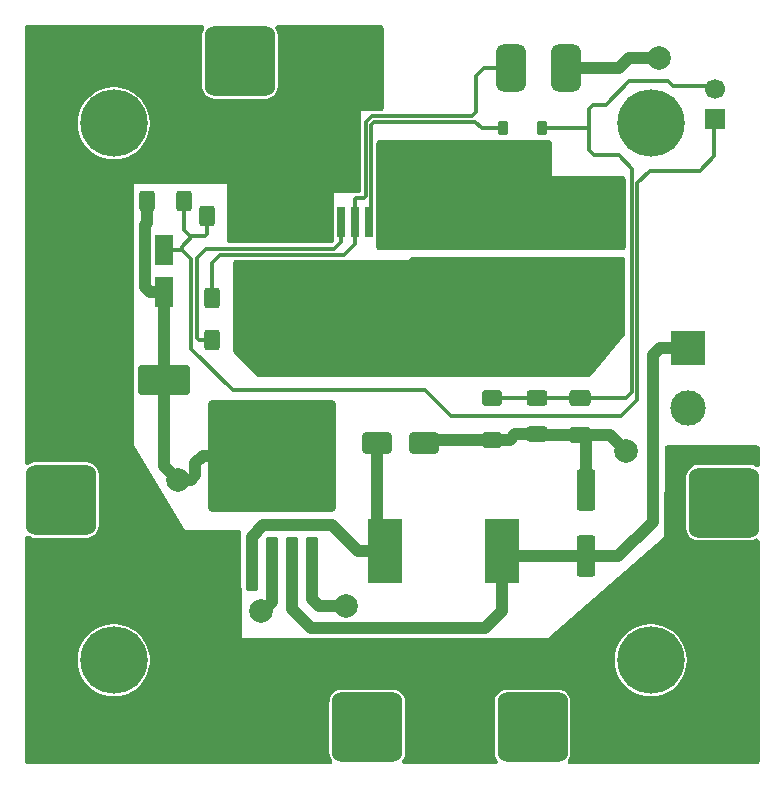
<source format=gbr>
%TF.GenerationSoftware,KiCad,Pcbnew,9.0.5*%
%TF.CreationDate,2025-12-11T06:11:38-03:00*%
%TF.ProjectId,stage power dron_v1,73746167-6520-4706-9f77-65722064726f,rev?*%
%TF.SameCoordinates,Original*%
%TF.FileFunction,Copper,L1,Top*%
%TF.FilePolarity,Positive*%
%FSLAX46Y46*%
G04 Gerber Fmt 4.6, Leading zero omitted, Abs format (unit mm)*
G04 Created by KiCad (PCBNEW 9.0.5) date 2025-12-11 06:11:38*
%MOMM*%
%LPD*%
G01*
G04 APERTURE LIST*
G04 Aperture macros list*
%AMRoundRect*
0 Rectangle with rounded corners*
0 $1 Rounding radius*
0 $2 $3 $4 $5 $6 $7 $8 $9 X,Y pos of 4 corners*
0 Add a 4 corners polygon primitive as box body*
4,1,4,$2,$3,$4,$5,$6,$7,$8,$9,$2,$3,0*
0 Add four circle primitives for the rounded corners*
1,1,$1+$1,$2,$3*
1,1,$1+$1,$4,$5*
1,1,$1+$1,$6,$7*
1,1,$1+$1,$8,$9*
0 Add four rect primitives between the rounded corners*
20,1,$1+$1,$2,$3,$4,$5,0*
20,1,$1+$1,$4,$5,$6,$7,0*
20,1,$1+$1,$6,$7,$8,$9,0*
20,1,$1+$1,$8,$9,$2,$3,0*%
G04 Aperture macros list end*
%TA.AperFunction,SMDPad,CuDef*%
%ADD10R,2.900000X5.400000*%
%TD*%
%TA.AperFunction,SMDPad,CuDef*%
%ADD11RoundRect,0.250000X-0.550000X1.050000X-0.550000X-1.050000X0.550000X-1.050000X0.550000X1.050000X0*%
%TD*%
%TA.AperFunction,SMDPad,CuDef*%
%ADD12RoundRect,0.250000X-0.650000X0.412500X-0.650000X-0.412500X0.650000X-0.412500X0.650000X0.412500X0*%
%TD*%
%TA.AperFunction,SMDPad,CuDef*%
%ADD13RoundRect,0.250000X0.400000X0.625000X-0.400000X0.625000X-0.400000X-0.625000X0.400000X-0.625000X0*%
%TD*%
%TA.AperFunction,ComponentPad*%
%ADD14RoundRect,0.900000X2.100000X2.100000X-2.100000X2.100000X-2.100000X-2.100000X2.100000X-2.100000X0*%
%TD*%
%TA.AperFunction,SMDPad,CuDef*%
%ADD15R,0.800000X2.600000*%
%TD*%
%TA.AperFunction,SMDPad,CuDef*%
%ADD16R,0.800000X1.710000*%
%TD*%
%TA.AperFunction,SMDPad,CuDef*%
%ADD17R,9.660000X3.600000*%
%TD*%
%TA.AperFunction,SMDPad,CuDef*%
%ADD18R,8.700000X2.750000*%
%TD*%
%TA.AperFunction,SMDPad,CuDef*%
%ADD19R,10.000000X1.300000*%
%TD*%
%TA.AperFunction,SMDPad,CuDef*%
%ADD20R,4.400000X0.890000*%
%TD*%
%TA.AperFunction,ComponentPad*%
%ADD21RoundRect,0.650000X-0.650000X-1.350000X0.650000X-1.350000X0.650000X1.350000X-0.650000X1.350000X0*%
%TD*%
%TA.AperFunction,SMDPad,CuDef*%
%ADD22RoundRect,0.250000X1.000000X-1.950000X1.000000X1.950000X-1.000000X1.950000X-1.000000X-1.950000X0*%
%TD*%
%TA.AperFunction,SMDPad,CuDef*%
%ADD23RoundRect,0.250000X-1.950000X-1.000000X1.950000X-1.000000X1.950000X1.000000X-1.950000X1.000000X0*%
%TD*%
%TA.AperFunction,ComponentPad*%
%ADD24RoundRect,0.900000X-2.100000X2.100000X-2.100000X-2.100000X2.100000X-2.100000X2.100000X2.100000X0*%
%TD*%
%TA.AperFunction,SMDPad,CuDef*%
%ADD25RoundRect,0.250000X-1.000000X-0.650000X1.000000X-0.650000X1.000000X0.650000X-1.000000X0.650000X0*%
%TD*%
%TA.AperFunction,SMDPad,CuDef*%
%ADD26RoundRect,0.250000X0.550000X-1.500000X0.550000X1.500000X-0.550000X1.500000X-0.550000X-1.500000X0*%
%TD*%
%TA.AperFunction,ComponentPad*%
%ADD27C,5.700000*%
%TD*%
%TA.AperFunction,SMDPad,CuDef*%
%ADD28RoundRect,0.250000X-0.600000X0.400000X-0.600000X-0.400000X0.600000X-0.400000X0.600000X0.400000X0*%
%TD*%
%TA.AperFunction,ComponentPad*%
%ADD29R,3.000000X3.000000*%
%TD*%
%TA.AperFunction,ComponentPad*%
%ADD30C,3.000000*%
%TD*%
%TA.AperFunction,ComponentPad*%
%ADD31R,1.700000X1.700000*%
%TD*%
%TA.AperFunction,ComponentPad*%
%ADD32C,1.700000*%
%TD*%
%TA.AperFunction,ComponentPad*%
%ADD33RoundRect,0.900000X2.100000X-2.100000X2.100000X2.100000X-2.100000X2.100000X-2.100000X-2.100000X0*%
%TD*%
%TA.AperFunction,SMDPad,CuDef*%
%ADD34RoundRect,0.250000X0.300000X-2.050000X0.300000X2.050000X-0.300000X2.050000X-0.300000X-2.050000X0*%
%TD*%
%TA.AperFunction,SMDPad,CuDef*%
%ADD35RoundRect,0.250002X5.149998X-4.449998X5.149998X4.449998X-5.149998X4.449998X-5.149998X-4.449998X0*%
%TD*%
%TA.AperFunction,SMDPad,CuDef*%
%ADD36RoundRect,0.250000X0.650000X-0.412500X0.650000X0.412500X-0.650000X0.412500X-0.650000X-0.412500X0*%
%TD*%
%TA.AperFunction,SMDPad,CuDef*%
%ADD37RoundRect,0.250000X-0.625000X0.400000X-0.625000X-0.400000X0.625000X-0.400000X0.625000X0.400000X0*%
%TD*%
%TA.AperFunction,SMDPad,CuDef*%
%ADD38RoundRect,0.225000X0.225000X0.375000X-0.225000X0.375000X-0.225000X-0.375000X0.225000X-0.375000X0*%
%TD*%
%TA.AperFunction,ViaPad*%
%ADD39C,2.000000*%
%TD*%
%TA.AperFunction,Conductor*%
%ADD40C,1.000000*%
%TD*%
%TA.AperFunction,Conductor*%
%ADD41C,0.300000*%
%TD*%
G04 APERTURE END LIST*
D10*
%TO.P,L1,1,1*%
%TO.N,Net-(D2-K)*%
X139750000Y-87190000D03*
%TO.P,L1,2,2*%
%TO.N,+5V*%
X149650000Y-87190000D03*
%TD*%
D11*
%TO.P,C4,1*%
%TO.N,VBATT_SIG*%
X121090000Y-61680000D03*
%TO.P,C4,2*%
%TO.N,GND*%
X121090000Y-65280000D03*
%TD*%
D12*
%TO.P,C1,1*%
%TO.N,I_SIG*%
X156300000Y-74237500D03*
%TO.P,C1,2*%
%TO.N,GND*%
X156300000Y-77362500D03*
%TD*%
D13*
%TO.P,R5,1*%
%TO.N,+BATT*%
X128180000Y-69335000D03*
%TO.P,R5,2*%
%TO.N,Net-(S1-DEN)*%
X125080000Y-69335000D03*
%TD*%
D14*
%TO.P,J3,1,Pin_1*%
%TO.N,+12V*%
X112310000Y-89880000D03*
%TO.P,J3,2,Pin_2*%
%TO.N,GND*%
X112310000Y-82880000D03*
%TD*%
D15*
%TO.P,S1,1,GND*%
%TO.N,GND*%
X139630000Y-59315000D03*
%TO.P,S1,2,IS*%
%TO.N,Net-(D3-A)*%
X138430000Y-59315000D03*
%TO.P,S1,3,IN*%
%TO.N,Net-(S1-IN)*%
X137230000Y-59315000D03*
%TO.P,S1,4,DEN*%
%TO.N,Net-(S1-DEN)*%
X136030000Y-59315000D03*
D16*
%TO.P,S1,5,OUT_1*%
%TO.N,+12V*%
X134830000Y-58870000D03*
%TO.P,S1,6,OUT_2*%
X133630000Y-58870000D03*
%TO.P,S1,7,OUT_3*%
X132430000Y-58870000D03*
%TO.P,S1,8,OUT_4*%
X131230000Y-58870000D03*
D17*
%TO.P,S1,9,VS_1*%
%TO.N,+BATT*%
X135430000Y-64945000D03*
D18*
%TO.P,S1,10,VS_2*%
X135430000Y-68120000D03*
D19*
%TO.P,S1,11,VS_3*%
X135430000Y-70145000D03*
D20*
%TO.P,S1,12,OUT_5*%
%TO.N,+12V*%
X133030000Y-60170000D03*
%TD*%
D21*
%TO.P,SW1,1,A*%
%TO.N,Net-(S1-IN)*%
X150420000Y-46305000D03*
%TO.P,SW1,2,B*%
%TO.N,GND*%
X155120000Y-46305000D03*
%TD*%
D22*
%TO.P,C6,1*%
%TO.N,+BATT*%
X150221280Y-66487829D03*
%TO.P,C6,2*%
%TO.N,GND*%
X150221280Y-58087829D03*
%TD*%
D23*
%TO.P,C10,1*%
%TO.N,+12V*%
X112657500Y-72750000D03*
%TO.P,C10,2*%
%TO.N,GND*%
X121057500Y-72750000D03*
%TD*%
D24*
%TO.P,J2,1,Pin_1*%
%TO.N,+12V*%
X134477385Y-45698998D03*
%TO.P,J2,2,Pin_2*%
%TO.N,GND*%
X127477385Y-45698998D03*
%TD*%
D25*
%TO.P,D2,1,K*%
%TO.N,Net-(D2-K)*%
X139082500Y-78020000D03*
%TO.P,D2,2,A*%
%TO.N,GND*%
X143082500Y-78020000D03*
%TD*%
D13*
%TO.P,R4,1*%
%TO.N,+BATT*%
X128180000Y-65735000D03*
%TO.P,R4,2*%
%TO.N,Net-(S1-IN)*%
X125080000Y-65735000D03*
%TD*%
%TO.P,R2,1*%
%TO.N,+12V*%
X127805000Y-58810000D03*
%TO.P,R2,2*%
%TO.N,VBATT_SIG*%
X124705000Y-58810000D03*
%TD*%
D26*
%TO.P,C9,1*%
%TO.N,+5V*%
X156750000Y-87640000D03*
%TO.P,C9,2*%
%TO.N,GND*%
X156750000Y-82040000D03*
%TD*%
D27*
%TO.P,H1,1*%
%TO.N,N/C*%
X162255178Y-50990734D03*
%TD*%
%TO.P,H3,1*%
%TO.N,N/C*%
X162255178Y-96452703D03*
%TD*%
D28*
%TO.P,D5,1,K*%
%TO.N,I_SIG*%
X148815000Y-74265000D03*
%TO.P,D5,2,A*%
%TO.N,GND*%
X148815000Y-77765000D03*
%TD*%
D27*
%TO.P,H4,1*%
%TO.N,N/C*%
X116795073Y-96452703D03*
%TD*%
%TO.P,H2,1*%
%TO.N,N/C*%
X116795073Y-50990734D03*
%TD*%
D29*
%TO.P,J7,1,Pin_1*%
%TO.N,+5V*%
X165420000Y-70020000D03*
D30*
%TO.P,J7,2,Pin_2*%
%TO.N,GND*%
X165420000Y-75100000D03*
%TD*%
D14*
%TO.P,J5,1,Pin_1*%
%TO.N,+12V*%
X168460000Y-90100000D03*
%TO.P,J5,2,Pin_2*%
%TO.N,GND*%
X168460000Y-83100000D03*
%TD*%
D13*
%TO.P,R3,1*%
%TO.N,VBATT_SIG*%
X122730000Y-57570000D03*
%TO.P,R3,2*%
%TO.N,GND*%
X119630000Y-57570000D03*
%TD*%
D31*
%TO.P,J1,1,Pin_1*%
%TO.N,VBATT_SIG*%
X167690000Y-50640000D03*
D32*
%TO.P,J1,2,Pin_2*%
%TO.N,I_SIG*%
X167690000Y-48100000D03*
%TD*%
D33*
%TO.P,J4,1,Pin_1*%
%TO.N,+12V*%
X145260000Y-102120000D03*
%TO.P,J4,2,Pin_2*%
%TO.N,GND*%
X152260000Y-102120000D03*
%TD*%
D34*
%TO.P,U1,1,VIN*%
%TO.N,+12V*%
X126770000Y-88280000D03*
%TO.P,U1,2,OUT*%
%TO.N,Net-(D2-K)*%
X128470000Y-88280000D03*
%TO.P,U1,3,GND*%
%TO.N,GND*%
X130170000Y-88280000D03*
D35*
X130170000Y-79130000D03*
D34*
%TO.P,U1,4,FB*%
%TO.N,+5V*%
X131870000Y-88280000D03*
%TO.P,U1,5,~{ON}/OFF*%
%TO.N,GND*%
X133570000Y-88280000D03*
%TD*%
D36*
%TO.P,C8,1*%
%TO.N,+BATT*%
X143062868Y-63522897D03*
%TO.P,C8,2*%
%TO.N,GND*%
X143062868Y-60397897D03*
%TD*%
D37*
%TO.P,R1,1*%
%TO.N,I_SIG*%
X152590000Y-74220000D03*
%TO.P,R1,2*%
%TO.N,GND*%
X152590000Y-77320000D03*
%TD*%
D38*
%TO.P,D3,1,K*%
%TO.N,I_SIG*%
X153067500Y-51380000D03*
%TO.P,D3,2,A*%
%TO.N,Net-(D3-A)*%
X149767500Y-51380000D03*
%TD*%
D33*
%TO.P,J8,1,Pin_1*%
%TO.N,+12V*%
X131260000Y-102120000D03*
%TO.P,J8,2,Pin_2*%
%TO.N,GND*%
X138260000Y-102120000D03*
%TD*%
D29*
%TO.P,J11,1,Pin_1*%
%TO.N,+BATT*%
X157910000Y-64590000D03*
D30*
%TO.P,J11,2,Pin_2*%
%TO.N,GND*%
X157910000Y-59510000D03*
%TD*%
D29*
%TO.P,J6,1,Pin_1*%
%TO.N,GND*%
X140930000Y-54690000D03*
D30*
%TO.P,J6,2,Pin_2*%
%TO.N,+12V*%
X135850000Y-54690000D03*
%TD*%
D39*
%TO.N,GND*%
X136460000Y-91830000D03*
X129300000Y-92300000D03*
X160150000Y-78700000D03*
X122260000Y-81180000D03*
X163000000Y-45480000D03*
%TD*%
D40*
%TO.N,GND*%
X121090000Y-65280000D02*
X119880000Y-65280000D01*
X150315000Y-77765000D02*
X148815000Y-77765000D01*
X136430000Y-91860000D02*
X134190000Y-91860000D01*
X156750000Y-82040000D02*
X156750000Y-77812500D01*
X121057500Y-72750000D02*
X121057500Y-67312500D01*
X121090000Y-67280000D02*
X121090000Y-65280000D01*
X134190000Y-91860000D02*
X133570000Y-91240000D01*
X123710000Y-79730000D02*
X123710000Y-80790000D01*
X130170000Y-91500000D02*
X130170000Y-88280000D01*
X159565000Y-46305000D02*
X155120000Y-46305000D01*
X129370000Y-92300000D02*
X130170000Y-91500000D01*
X148815000Y-77765000D02*
X143337500Y-77765000D01*
X156300000Y-77362500D02*
X152632500Y-77362500D01*
X150790000Y-77290000D02*
X150315000Y-77765000D01*
X163000000Y-45480000D02*
X160390000Y-45480000D01*
X121057500Y-72750000D02*
X121057500Y-79977500D01*
X129300000Y-92300000D02*
X129370000Y-92300000D01*
X119630000Y-59390000D02*
X119630000Y-57570000D01*
X158812500Y-77362500D02*
X160150000Y-78700000D01*
X133570000Y-91240000D02*
X133570000Y-88280000D01*
X122260000Y-81180000D02*
X123320000Y-81180000D01*
X121057500Y-79977500D02*
X122260000Y-81180000D01*
X119440000Y-59580000D02*
X119630000Y-59390000D01*
X152560000Y-77290000D02*
X150790000Y-77290000D01*
X119880000Y-65280000D02*
X119440000Y-64840000D01*
X119440000Y-64840000D02*
X119440000Y-59580000D01*
X156300000Y-77362500D02*
X158812500Y-77362500D01*
X121057500Y-67312500D02*
X121090000Y-67280000D01*
X136460000Y-91830000D02*
X136430000Y-91860000D01*
X130170000Y-79130000D02*
X124310000Y-79130000D01*
X123320000Y-81180000D02*
X123710000Y-80790000D01*
X156750000Y-77812500D02*
X156300000Y-77362500D01*
X160390000Y-45480000D02*
X159565000Y-46305000D01*
X124310000Y-79130000D02*
X123710000Y-79730000D01*
D41*
%TO.N,Net-(D3-A)*%
X147935810Y-51380000D02*
X149767500Y-51380000D01*
X147386810Y-50831000D02*
X147935810Y-51380000D01*
X138605000Y-51090000D02*
X138864000Y-50831000D01*
X138605000Y-59140000D02*
X138605000Y-51090000D01*
X138864000Y-50831000D02*
X147386810Y-50831000D01*
%TO.N,Net-(S1-DEN)*%
X123980000Y-69335000D02*
X123810000Y-69165000D01*
X123810000Y-69165000D02*
X123810000Y-62421480D01*
X135406000Y-61634000D02*
X136030000Y-61010000D01*
X124597480Y-61634000D02*
X135406000Y-61634000D01*
X123810000Y-62421480D02*
X124597480Y-61634000D01*
X125080000Y-69335000D02*
X123980000Y-69335000D01*
X136030000Y-61010000D02*
X136030000Y-59315000D01*
%TO.N,Net-(S1-IN)*%
X125775000Y-62135000D02*
X136315000Y-62135000D01*
X137960000Y-57320000D02*
X137330000Y-57320000D01*
X136315000Y-62135000D02*
X137230000Y-61220000D01*
X138154000Y-57126000D02*
X137960000Y-57320000D01*
X137230000Y-57420000D02*
X137230000Y-59315000D01*
X137330000Y-57320000D02*
X137230000Y-57420000D01*
X147130000Y-50380000D02*
X138677190Y-50380000D01*
X147460000Y-47010000D02*
X147460000Y-50050000D01*
X137230000Y-61220000D02*
X137230000Y-59315000D01*
X125080000Y-62830000D02*
X125775000Y-62135000D01*
X138677190Y-50380000D02*
X138154000Y-50903190D01*
X125080000Y-65735000D02*
X125080000Y-62830000D01*
X147460000Y-50050000D02*
X147130000Y-50380000D01*
X138154000Y-50903190D02*
X138154000Y-57126000D01*
X150420000Y-46305000D02*
X148165000Y-46305000D01*
X148165000Y-46305000D02*
X147460000Y-47010000D01*
D40*
%TO.N,Net-(D2-K)*%
X129430000Y-85020000D02*
X128470000Y-85980000D01*
X128470000Y-85980000D02*
X128470000Y-88280000D01*
X135300000Y-85020000D02*
X129430000Y-85020000D01*
X139082500Y-78020000D02*
X139082500Y-86522500D01*
X139750000Y-87190000D02*
X137470000Y-87190000D01*
X137470000Y-87190000D02*
X135300000Y-85020000D01*
D41*
%TO.N,I_SIG*%
X157010000Y-53210000D02*
X157010000Y-51470000D01*
X156300000Y-74237500D02*
X152607500Y-74237500D01*
X167429734Y-47839734D02*
X164149734Y-47839734D01*
X160450000Y-47410000D02*
X158470000Y-49390000D01*
X164149734Y-47839734D02*
X163720000Y-47410000D01*
X156920000Y-51380000D02*
X157010000Y-51470000D01*
X157400000Y-49390000D02*
X157010000Y-49780000D01*
X160680000Y-73760000D02*
X160680000Y-54820000D01*
X157480000Y-53680000D02*
X157010000Y-53210000D01*
X152590000Y-74220000D02*
X148860000Y-74220000D01*
X157010000Y-51470000D02*
X157010000Y-49780000D01*
X153067500Y-51380000D02*
X156920000Y-51380000D01*
X159540000Y-53680000D02*
X157480000Y-53680000D01*
X160680000Y-54820000D02*
X159540000Y-53680000D01*
X158470000Y-49390000D02*
X157400000Y-49390000D01*
X160202500Y-74237500D02*
X160680000Y-73760000D01*
X156300000Y-74237500D02*
X160202500Y-74237500D01*
X163720000Y-47410000D02*
X160450000Y-47410000D01*
%TO.N,VBATT_SIG*%
X122540000Y-61430000D02*
X122540000Y-61680000D01*
X124705000Y-58810000D02*
X124705000Y-60325000D01*
X123230000Y-60520000D02*
X122730000Y-60020000D01*
X161131000Y-56039000D02*
X162170000Y-55000000D01*
X121160000Y-61680000D02*
X122540000Y-61680000D01*
X123359000Y-70069000D02*
X126880000Y-73590000D01*
X161131000Y-74389000D02*
X161131000Y-56039000D01*
X122540000Y-61680000D02*
X123359000Y-62499000D01*
X166390000Y-55000000D02*
X167640000Y-53750000D01*
X124705000Y-60325000D02*
X124510000Y-60520000D01*
X122730000Y-60020000D02*
X122730000Y-57570000D01*
X124510000Y-60520000D02*
X123450000Y-60520000D01*
X123359000Y-62499000D02*
X123359000Y-70069000D01*
X126880000Y-73590000D02*
X143170000Y-73590000D01*
X162170000Y-55000000D02*
X166390000Y-55000000D01*
X123450000Y-60520000D02*
X123230000Y-60520000D01*
X159740000Y-75780000D02*
X161131000Y-74389000D01*
X145360000Y-75780000D02*
X159740000Y-75780000D01*
X123450000Y-60520000D02*
X122540000Y-61430000D01*
X143170000Y-73590000D02*
X145360000Y-75780000D01*
X167640000Y-53750000D02*
X167640000Y-50690000D01*
D40*
%TO.N,+5V*%
X131870000Y-88280000D02*
X131870000Y-92110000D01*
X156750000Y-87640000D02*
X150100000Y-87640000D01*
X162440000Y-70630000D02*
X162440000Y-84720000D01*
X162440000Y-84720000D02*
X159520000Y-87640000D01*
X159520000Y-87640000D02*
X156750000Y-87640000D01*
X148210000Y-93740000D02*
X149650000Y-92300000D01*
X133500000Y-93740000D02*
X148210000Y-93740000D01*
X149650000Y-92300000D02*
X149650000Y-87190000D01*
X131870000Y-92110000D02*
X133500000Y-93740000D01*
X165420000Y-70020000D02*
X163050000Y-70020000D01*
X163050000Y-70020000D02*
X162440000Y-70630000D01*
%TD*%
%TA.AperFunction,Conductor*%
%TO.N,+BATT*%
G36*
X159865986Y-62273578D02*
G01*
X159961269Y-62292551D01*
X160042040Y-62346543D01*
X160096000Y-62427335D01*
X160114935Y-62522627D01*
X160114935Y-62522746D01*
X160110756Y-68726097D01*
X160091738Y-68821372D01*
X160053411Y-68884893D01*
X157182291Y-72346452D01*
X157106869Y-72407695D01*
X157013752Y-72435413D01*
X156990599Y-72436488D01*
X129016459Y-72432360D01*
X128921174Y-72413392D01*
X128840400Y-72359404D01*
X128834829Y-72353648D01*
X126997333Y-70393360D01*
X126945995Y-70310876D01*
X126930000Y-70223072D01*
X126930000Y-62769170D01*
X126948954Y-62673882D01*
X127002930Y-62593100D01*
X127083712Y-62539124D01*
X127179000Y-62520170D01*
X127179066Y-62520170D01*
X141830000Y-62530170D01*
X141830000Y-62530169D01*
X141830000Y-62519049D01*
X141848954Y-62423761D01*
X141902930Y-62342979D01*
X141983712Y-62289003D01*
X142078997Y-62270049D01*
X159865986Y-62273578D01*
G37*
%TD.AperFunction*%
%TD*%
%TA.AperFunction,Conductor*%
%TO.N,GND*%
G36*
X153751219Y-52400610D02*
G01*
X153832017Y-52454562D01*
X153886018Y-52535327D01*
X153905000Y-52630610D01*
X153905000Y-52630684D01*
X153904999Y-55419999D01*
X153904999Y-55420000D01*
X159882331Y-55420000D01*
X159977619Y-55438954D01*
X160058401Y-55492930D01*
X160112377Y-55573712D01*
X160131331Y-55669000D01*
X160131331Y-55669195D01*
X160126798Y-61459184D01*
X160107769Y-61554457D01*
X160053730Y-61635196D01*
X159972906Y-61689110D01*
X159877732Y-61707989D01*
X139278934Y-61702531D01*
X139183651Y-61683552D01*
X139102884Y-61629554D01*
X139048929Y-61548758D01*
X139030000Y-61453531D01*
X139030000Y-60652059D01*
X139030500Y-60641886D01*
X139030500Y-57988123D01*
X139030000Y-57977942D01*
X139030000Y-52634977D01*
X139048954Y-52539689D01*
X139102930Y-52458907D01*
X139183712Y-52404931D01*
X139278922Y-52385977D01*
X153655927Y-52381684D01*
X153751219Y-52400610D01*
G37*
%TD.AperFunction*%
%TD*%
%TA.AperFunction,Conductor*%
%TO.N,+12V*%
G36*
X124223806Y-42646829D02*
G01*
X124319088Y-42665797D01*
X124399861Y-42719785D01*
X124453826Y-42800574D01*
X124472766Y-42895865D01*
X124453798Y-42991151D01*
X124429976Y-43035394D01*
X124407109Y-43069179D01*
X124407103Y-43069190D01*
X124324373Y-43262380D01*
X124324371Y-43262387D01*
X124279699Y-43467738D01*
X124279696Y-43467756D01*
X124276885Y-43514951D01*
X124276885Y-47883044D01*
X124279696Y-47930239D01*
X124279699Y-47930257D01*
X124324371Y-48135608D01*
X124324373Y-48135615D01*
X124407103Y-48328805D01*
X124407110Y-48328818D01*
X124524903Y-48502857D01*
X124524905Y-48502859D01*
X124524908Y-48502863D01*
X124673520Y-48651475D01*
X124673523Y-48651477D01*
X124673525Y-48651479D01*
X124847564Y-48769272D01*
X124847566Y-48769273D01*
X124847572Y-48769277D01*
X124847577Y-48769279D01*
X125040767Y-48852009D01*
X125040770Y-48852010D01*
X125040773Y-48852011D01*
X125133723Y-48872231D01*
X125246125Y-48896683D01*
X125246130Y-48896683D01*
X125246140Y-48896686D01*
X125259014Y-48897452D01*
X125293339Y-48899498D01*
X125293347Y-48899498D01*
X129661431Y-48899498D01*
X129692894Y-48897623D01*
X129708630Y-48896686D01*
X129913997Y-48852011D01*
X130107198Y-48769277D01*
X130281250Y-48651475D01*
X130429862Y-48502863D01*
X130547664Y-48328811D01*
X130630398Y-48135610D01*
X130675073Y-47930243D01*
X130677885Y-47883036D01*
X130677885Y-43514960D01*
X130677885Y-43514951D01*
X130675073Y-43467756D01*
X130675070Y-43467738D01*
X130630398Y-43262387D01*
X130630396Y-43262380D01*
X130547666Y-43069190D01*
X130547664Y-43069185D01*
X130525439Y-43036347D01*
X130487726Y-42946814D01*
X130487147Y-42849661D01*
X130523791Y-42759681D01*
X130592080Y-42690574D01*
X130681616Y-42652860D01*
X130731681Y-42647782D01*
X139397543Y-42649050D01*
X139492827Y-42668018D01*
X139573600Y-42722006D01*
X139627565Y-42802795D01*
X139646505Y-42898086D01*
X139646505Y-42898379D01*
X139637489Y-49716813D01*
X139618409Y-49812076D01*
X139564326Y-49892786D01*
X139483473Y-49946656D01*
X139388592Y-49965483D01*
X137749961Y-49966163D01*
X137749960Y-49966163D01*
X137753237Y-56646604D01*
X137734330Y-56741901D01*
X137680393Y-56822709D01*
X137599638Y-56876725D01*
X137504359Y-56895726D01*
X135463837Y-56895726D01*
X135463837Y-56895727D01*
X135463837Y-57832427D01*
X135444883Y-57927714D01*
X135441134Y-57936763D01*
X135441133Y-57936769D01*
X135429500Y-57995252D01*
X135429500Y-60634748D01*
X135430000Y-60637261D01*
X135441134Y-60693234D01*
X135444882Y-60702282D01*
X135444883Y-60702284D01*
X135456296Y-60759662D01*
X135463837Y-60797570D01*
X135463837Y-60866726D01*
X135444883Y-60962014D01*
X135390907Y-61042796D01*
X135310125Y-61096772D01*
X135214837Y-61115726D01*
X126652837Y-61115726D01*
X126557549Y-61096772D01*
X126476767Y-61042796D01*
X126422791Y-60962014D01*
X126403837Y-60866726D01*
X126403837Y-56079985D01*
X118526481Y-56085769D01*
X118510458Y-78223034D01*
X118510458Y-78223036D01*
X122828118Y-85409408D01*
X122828119Y-85409409D01*
X127358687Y-85412736D01*
X127453959Y-85431760D01*
X127534701Y-85485796D01*
X127588618Y-85566617D01*
X127607502Y-85661545D01*
X127607823Y-86080500D01*
X127614284Y-94525726D01*
X153551588Y-94525726D01*
X163421363Y-85973502D01*
X163427295Y-78499545D01*
X163446325Y-78404275D01*
X163500365Y-78323537D01*
X163581189Y-78269624D01*
X163676382Y-78250746D01*
X171251575Y-78253544D01*
X171346852Y-78272533D01*
X171427614Y-78326539D01*
X171481560Y-78407341D01*
X171500479Y-78502636D01*
X171500479Y-78502747D01*
X171499393Y-79837937D01*
X171480361Y-79933209D01*
X171426319Y-80013947D01*
X171345494Y-80067857D01*
X171250190Y-80086734D01*
X171154918Y-80067702D01*
X171110828Y-80043944D01*
X171089818Y-80029724D01*
X171089815Y-80029722D01*
X171089813Y-80029721D01*
X171089810Y-80029720D01*
X171089807Y-80029718D01*
X170896617Y-79946988D01*
X170896610Y-79946986D01*
X170691259Y-79902314D01*
X170691241Y-79902311D01*
X170644046Y-79899500D01*
X170644038Y-79899500D01*
X166275962Y-79899500D01*
X166275954Y-79899500D01*
X166228758Y-79902311D01*
X166228740Y-79902314D01*
X166023389Y-79946986D01*
X166023382Y-79946988D01*
X165830192Y-80029718D01*
X165830179Y-80029725D01*
X165656140Y-80147518D01*
X165507518Y-80296140D01*
X165389725Y-80470179D01*
X165389718Y-80470192D01*
X165306988Y-80663382D01*
X165306986Y-80663389D01*
X165262314Y-80868740D01*
X165262311Y-80868758D01*
X165259500Y-80915953D01*
X165259500Y-85284046D01*
X165262311Y-85331241D01*
X165262314Y-85331259D01*
X165306986Y-85536610D01*
X165306988Y-85536617D01*
X165389718Y-85729807D01*
X165389725Y-85729820D01*
X165507518Y-85903859D01*
X165507520Y-85903861D01*
X165507523Y-85903865D01*
X165656135Y-86052477D01*
X165656138Y-86052479D01*
X165656140Y-86052481D01*
X165830179Y-86170274D01*
X165830181Y-86170275D01*
X165830187Y-86170279D01*
X165830192Y-86170281D01*
X166023382Y-86253011D01*
X166023385Y-86253012D01*
X166023388Y-86253013D01*
X166116338Y-86273233D01*
X166228740Y-86297685D01*
X166228745Y-86297685D01*
X166228755Y-86297688D01*
X166241629Y-86298454D01*
X166275954Y-86300500D01*
X166275962Y-86300500D01*
X170644046Y-86300500D01*
X170675509Y-86298625D01*
X170691245Y-86297688D01*
X170896612Y-86253013D01*
X171089813Y-86170279D01*
X171105516Y-86159650D01*
X171195049Y-86121937D01*
X171292202Y-86121357D01*
X171382182Y-86158000D01*
X171451290Y-86226287D01*
X171489005Y-86315823D01*
X171494084Y-86366060D01*
X171478945Y-104981592D01*
X171459913Y-105076865D01*
X171405871Y-105157603D01*
X171325046Y-105211513D01*
X171230028Y-105230390D01*
X155470758Y-105235617D01*
X155375463Y-105216695D01*
X155294664Y-105162745D01*
X155240661Y-105081981D01*
X155221675Y-104986700D01*
X155240597Y-104891405D01*
X155264462Y-104847057D01*
X155330279Y-104749813D01*
X155413013Y-104556612D01*
X155457688Y-104351245D01*
X155460500Y-104304038D01*
X155460500Y-99935962D01*
X155460500Y-99935953D01*
X155457688Y-99888758D01*
X155457685Y-99888740D01*
X155413013Y-99683389D01*
X155413011Y-99683382D01*
X155330281Y-99490192D01*
X155330279Y-99490187D01*
X155261523Y-99388600D01*
X155212481Y-99316140D01*
X155212479Y-99316138D01*
X155212477Y-99316135D01*
X155063865Y-99167523D01*
X155063861Y-99167520D01*
X155063859Y-99167518D01*
X154889820Y-99049725D01*
X154889807Y-99049718D01*
X154696617Y-98966988D01*
X154696610Y-98966986D01*
X154491259Y-98922314D01*
X154491241Y-98922311D01*
X154444046Y-98919500D01*
X154444038Y-98919500D01*
X150075962Y-98919500D01*
X150075954Y-98919500D01*
X150028758Y-98922311D01*
X150028740Y-98922314D01*
X149823389Y-98966986D01*
X149823382Y-98966988D01*
X149630192Y-99049718D01*
X149630179Y-99049725D01*
X149456140Y-99167518D01*
X149307518Y-99316140D01*
X149189725Y-99490179D01*
X149189718Y-99490192D01*
X149106988Y-99683382D01*
X149106986Y-99683389D01*
X149062314Y-99888740D01*
X149062311Y-99888758D01*
X149059500Y-99935953D01*
X149059500Y-104304046D01*
X149062311Y-104351241D01*
X149062314Y-104351259D01*
X149106986Y-104556610D01*
X149106988Y-104556617D01*
X149189718Y-104749807D01*
X149189721Y-104749813D01*
X149256975Y-104849180D01*
X149294687Y-104938715D01*
X149295265Y-105035868D01*
X149258621Y-105125847D01*
X149190332Y-105194954D01*
X149100795Y-105232667D01*
X149050848Y-105237745D01*
X141467615Y-105240260D01*
X141372320Y-105221338D01*
X141291521Y-105167388D01*
X141237518Y-105086624D01*
X141218532Y-104991343D01*
X141237454Y-104896048D01*
X141261319Y-104851700D01*
X141330279Y-104749813D01*
X141413013Y-104556612D01*
X141457688Y-104351245D01*
X141460500Y-104304038D01*
X141460500Y-99935962D01*
X141460500Y-99935953D01*
X141457688Y-99888758D01*
X141457685Y-99888740D01*
X141413013Y-99683389D01*
X141413011Y-99683382D01*
X141330281Y-99490192D01*
X141330279Y-99490187D01*
X141261523Y-99388600D01*
X141212481Y-99316140D01*
X141212479Y-99316138D01*
X141212477Y-99316135D01*
X141063865Y-99167523D01*
X141063861Y-99167520D01*
X141063859Y-99167518D01*
X140889820Y-99049725D01*
X140889807Y-99049718D01*
X140696617Y-98966988D01*
X140696610Y-98966986D01*
X140491259Y-98922314D01*
X140491241Y-98922311D01*
X140444046Y-98919500D01*
X140444038Y-98919500D01*
X136075962Y-98919500D01*
X136075954Y-98919500D01*
X136028758Y-98922311D01*
X136028740Y-98922314D01*
X135823389Y-98966986D01*
X135823382Y-98966988D01*
X135630192Y-99049718D01*
X135630179Y-99049725D01*
X135456140Y-99167518D01*
X135307518Y-99316140D01*
X135189725Y-99490179D01*
X135189718Y-99490192D01*
X135106988Y-99683382D01*
X135106986Y-99683389D01*
X135062314Y-99888740D01*
X135062311Y-99888758D01*
X135059500Y-99935953D01*
X135059500Y-104304046D01*
X135062311Y-104351241D01*
X135062314Y-104351259D01*
X135106986Y-104556610D01*
X135106988Y-104556617D01*
X135189718Y-104749807D01*
X135189725Y-104749820D01*
X135260116Y-104853822D01*
X135297829Y-104943358D01*
X135298407Y-105040512D01*
X135261762Y-105130491D01*
X135193473Y-105199597D01*
X135103937Y-105237310D01*
X135053990Y-105242388D01*
X109502824Y-105250862D01*
X109407529Y-105231940D01*
X109326730Y-105177990D01*
X109272727Y-105097226D01*
X109253741Y-105001945D01*
X109253741Y-105001891D01*
X109253724Y-104851692D01*
X109252734Y-96281376D01*
X113744573Y-96281376D01*
X113744573Y-96624029D01*
X113782933Y-96964480D01*
X113782934Y-96964486D01*
X113859176Y-97298520D01*
X113859177Y-97298522D01*
X113972333Y-97621908D01*
X113972335Y-97621914D01*
X113972337Y-97621918D01*
X114120997Y-97930613D01*
X114303284Y-98220721D01*
X114516907Y-98488596D01*
X114759180Y-98730869D01*
X115027055Y-98944492D01*
X115317163Y-99126779D01*
X115625858Y-99275439D01*
X115949256Y-99388600D01*
X116283290Y-99464842D01*
X116436312Y-99482083D01*
X116623746Y-99503202D01*
X116623758Y-99503202D01*
X116623761Y-99503203D01*
X116623763Y-99503203D01*
X116966383Y-99503203D01*
X116966385Y-99503203D01*
X116966387Y-99503202D01*
X116966399Y-99503202D01*
X117123228Y-99485531D01*
X117306856Y-99464842D01*
X117640890Y-99388600D01*
X117964288Y-99275439D01*
X118272983Y-99126779D01*
X118563091Y-98944492D01*
X118830966Y-98730869D01*
X119073239Y-98488596D01*
X119286862Y-98220721D01*
X119469149Y-97930613D01*
X119617809Y-97621918D01*
X119730970Y-97298520D01*
X119807212Y-96964486D01*
X119827901Y-96780858D01*
X119845572Y-96624029D01*
X119845573Y-96624013D01*
X119845573Y-96281392D01*
X119845572Y-96281376D01*
X159204678Y-96281376D01*
X159204678Y-96624029D01*
X159243038Y-96964480D01*
X159243039Y-96964486D01*
X159319281Y-97298520D01*
X159319282Y-97298522D01*
X159432438Y-97621908D01*
X159432440Y-97621914D01*
X159432442Y-97621918D01*
X159581102Y-97930613D01*
X159763389Y-98220721D01*
X159977012Y-98488596D01*
X160219285Y-98730869D01*
X160487160Y-98944492D01*
X160777268Y-99126779D01*
X161085963Y-99275439D01*
X161409361Y-99388600D01*
X161743395Y-99464842D01*
X161896417Y-99482083D01*
X162083851Y-99503202D01*
X162083863Y-99503202D01*
X162083866Y-99503203D01*
X162083868Y-99503203D01*
X162426488Y-99503203D01*
X162426490Y-99503203D01*
X162426492Y-99503202D01*
X162426504Y-99503202D01*
X162583333Y-99485531D01*
X162766961Y-99464842D01*
X163100995Y-99388600D01*
X163424393Y-99275439D01*
X163733088Y-99126779D01*
X164023196Y-98944492D01*
X164291071Y-98730869D01*
X164533344Y-98488596D01*
X164746967Y-98220721D01*
X164929254Y-97930613D01*
X165077914Y-97621918D01*
X165191075Y-97298520D01*
X165267317Y-96964486D01*
X165288006Y-96780858D01*
X165305677Y-96624029D01*
X165305678Y-96624013D01*
X165305678Y-96281392D01*
X165305677Y-96281376D01*
X165284558Y-96093942D01*
X165267317Y-95940920D01*
X165191075Y-95606886D01*
X165077914Y-95283488D01*
X164929254Y-94974793D01*
X164746967Y-94684685D01*
X164533344Y-94416810D01*
X164291071Y-94174537D01*
X164023196Y-93960914D01*
X164023195Y-93960913D01*
X163733098Y-93778633D01*
X163733094Y-93778631D01*
X163733088Y-93778627D01*
X163733078Y-93778622D01*
X163733074Y-93778620D01*
X163424397Y-93629969D01*
X163424398Y-93629969D01*
X163424393Y-93629967D01*
X163424389Y-93629965D01*
X163424383Y-93629963D01*
X163222178Y-93559209D01*
X163100995Y-93516806D01*
X162835861Y-93456290D01*
X162766966Y-93440565D01*
X162766962Y-93440564D01*
X162766961Y-93440564D01*
X162766959Y-93440563D01*
X162766955Y-93440563D01*
X162426504Y-93402203D01*
X162426490Y-93402203D01*
X162083866Y-93402203D01*
X162083851Y-93402203D01*
X161743400Y-93440563D01*
X161743389Y-93440565D01*
X161563149Y-93481704D01*
X161409361Y-93516806D01*
X161409358Y-93516806D01*
X161409358Y-93516807D01*
X161085972Y-93629963D01*
X161085958Y-93629969D01*
X160777281Y-93778620D01*
X160777257Y-93778633D01*
X160487160Y-93960913D01*
X160487153Y-93960919D01*
X160219288Y-94174534D01*
X160219280Y-94174541D01*
X159977016Y-94416805D01*
X159977009Y-94416813D01*
X159763394Y-94684678D01*
X159763388Y-94684685D01*
X159581108Y-94974782D01*
X159581095Y-94974806D01*
X159432444Y-95283483D01*
X159432438Y-95283497D01*
X159319282Y-95606883D01*
X159243040Y-95940914D01*
X159243038Y-95940925D01*
X159204678Y-96281376D01*
X119845572Y-96281376D01*
X119824453Y-96093942D01*
X119807212Y-95940920D01*
X119730970Y-95606886D01*
X119617809Y-95283488D01*
X119469149Y-94974793D01*
X119286862Y-94684685D01*
X119073239Y-94416810D01*
X118830966Y-94174537D01*
X118563091Y-93960914D01*
X118563090Y-93960913D01*
X118272993Y-93778633D01*
X118272989Y-93778631D01*
X118272983Y-93778627D01*
X118272973Y-93778622D01*
X118272969Y-93778620D01*
X117964292Y-93629969D01*
X117964293Y-93629969D01*
X117964288Y-93629967D01*
X117964284Y-93629965D01*
X117964278Y-93629963D01*
X117762073Y-93559209D01*
X117640890Y-93516806D01*
X117375756Y-93456290D01*
X117306861Y-93440565D01*
X117306857Y-93440564D01*
X117306856Y-93440564D01*
X117306854Y-93440563D01*
X117306850Y-93440563D01*
X116966399Y-93402203D01*
X116966385Y-93402203D01*
X116623761Y-93402203D01*
X116623746Y-93402203D01*
X116283295Y-93440563D01*
X116283284Y-93440565D01*
X116103044Y-93481704D01*
X115949256Y-93516806D01*
X115949253Y-93516806D01*
X115949253Y-93516807D01*
X115625867Y-93629963D01*
X115625853Y-93629969D01*
X115317176Y-93778620D01*
X115317152Y-93778633D01*
X115027055Y-93960913D01*
X115027048Y-93960919D01*
X114759183Y-94174534D01*
X114759175Y-94174541D01*
X114516911Y-94416805D01*
X114516904Y-94416813D01*
X114303289Y-94684678D01*
X114303283Y-94684685D01*
X114121003Y-94974782D01*
X114120990Y-94974806D01*
X113972339Y-95283483D01*
X113972333Y-95283497D01*
X113859177Y-95606883D01*
X113782935Y-95940914D01*
X113782933Y-95940925D01*
X113744573Y-96281376D01*
X109252734Y-96281376D01*
X109251561Y-86129397D01*
X109270503Y-86034112D01*
X109324470Y-85953325D01*
X109405245Y-85899339D01*
X109500531Y-85880374D01*
X109595822Y-85899317D01*
X109640122Y-85923162D01*
X109680187Y-85950279D01*
X109680192Y-85950281D01*
X109873382Y-86033011D01*
X109873385Y-86033012D01*
X109873388Y-86033013D01*
X109962862Y-86052477D01*
X110078740Y-86077685D01*
X110078745Y-86077685D01*
X110078755Y-86077688D01*
X110091629Y-86078454D01*
X110125954Y-86080500D01*
X110125962Y-86080500D01*
X114494046Y-86080500D01*
X114525509Y-86078625D01*
X114541245Y-86077688D01*
X114746612Y-86033013D01*
X114939813Y-85950279D01*
X115113865Y-85832477D01*
X115262477Y-85683865D01*
X115380279Y-85509813D01*
X115456747Y-85331245D01*
X115463011Y-85316617D01*
X115463011Y-85316616D01*
X115463013Y-85316612D01*
X115507688Y-85111245D01*
X115510500Y-85064038D01*
X115510500Y-80695962D01*
X115510500Y-80695953D01*
X115507688Y-80648758D01*
X115507685Y-80648740D01*
X115468841Y-80470179D01*
X115463013Y-80443388D01*
X115463012Y-80443385D01*
X115463011Y-80443382D01*
X115380281Y-80250192D01*
X115380279Y-80250187D01*
X115380274Y-80250179D01*
X115262481Y-80076140D01*
X115262479Y-80076138D01*
X115262477Y-80076135D01*
X115113865Y-79927523D01*
X115113861Y-79927520D01*
X115113859Y-79927518D01*
X114939820Y-79809725D01*
X114939807Y-79809718D01*
X114746617Y-79726988D01*
X114746610Y-79726986D01*
X114541259Y-79682314D01*
X114541241Y-79682311D01*
X114494046Y-79679500D01*
X114494038Y-79679500D01*
X110125962Y-79679500D01*
X110125954Y-79679500D01*
X110078758Y-79682311D01*
X110078740Y-79682314D01*
X109873389Y-79726986D01*
X109873382Y-79726988D01*
X109680192Y-79809718D01*
X109680181Y-79809724D01*
X109639375Y-79837343D01*
X109549838Y-79875055D01*
X109452685Y-79875633D01*
X109362706Y-79838988D01*
X109293600Y-79770698D01*
X109255888Y-79681161D01*
X109250810Y-79631167D01*
X109247482Y-50819407D01*
X113744573Y-50819407D01*
X113744573Y-51162060D01*
X113774071Y-51423856D01*
X113782934Y-51502517D01*
X113859176Y-51836551D01*
X113859177Y-51836553D01*
X113972333Y-52159939D01*
X113972335Y-52159945D01*
X113972337Y-52159949D01*
X114120997Y-52468644D01*
X114303284Y-52758752D01*
X114516907Y-53026627D01*
X114759180Y-53268900D01*
X115027055Y-53482523D01*
X115317163Y-53664810D01*
X115625858Y-53813470D01*
X115949256Y-53926631D01*
X116283290Y-54002873D01*
X116436312Y-54020114D01*
X116623746Y-54041233D01*
X116623758Y-54041233D01*
X116623761Y-54041234D01*
X116623763Y-54041234D01*
X116966383Y-54041234D01*
X116966385Y-54041234D01*
X116966387Y-54041233D01*
X116966399Y-54041233D01*
X117123228Y-54023562D01*
X117306856Y-54002873D01*
X117640890Y-53926631D01*
X117964288Y-53813470D01*
X118272983Y-53664810D01*
X118563091Y-53482523D01*
X118830966Y-53268900D01*
X119073239Y-53026627D01*
X119286862Y-52758752D01*
X119469149Y-52468644D01*
X119617809Y-52159949D01*
X119730970Y-51836551D01*
X119807212Y-51502517D01*
X119837333Y-51235181D01*
X119845572Y-51162060D01*
X119845573Y-51162044D01*
X119845573Y-50819423D01*
X119845572Y-50819407D01*
X119815277Y-50550530D01*
X119807212Y-50478951D01*
X119730970Y-50144917D01*
X119617809Y-49821519D01*
X119469149Y-49512824D01*
X119286862Y-49222716D01*
X119073239Y-48954841D01*
X118830966Y-48712568D01*
X118563091Y-48498945D01*
X118563090Y-48498944D01*
X118272993Y-48316664D01*
X118272989Y-48316662D01*
X118272983Y-48316658D01*
X118272973Y-48316653D01*
X118272969Y-48316651D01*
X117964292Y-48168000D01*
X117964293Y-48168000D01*
X117964288Y-48167998D01*
X117964284Y-48167996D01*
X117964278Y-48167994D01*
X117762073Y-48097240D01*
X117640890Y-48054837D01*
X117375756Y-47994321D01*
X117306861Y-47978596D01*
X117306857Y-47978595D01*
X117306856Y-47978595D01*
X117306854Y-47978594D01*
X117306850Y-47978594D01*
X116966399Y-47940234D01*
X116966385Y-47940234D01*
X116623761Y-47940234D01*
X116623746Y-47940234D01*
X116283295Y-47978594D01*
X116283284Y-47978596D01*
X116103044Y-48019735D01*
X115949256Y-48054837D01*
X115949253Y-48054837D01*
X115949253Y-48054838D01*
X115625867Y-48167994D01*
X115625853Y-48168000D01*
X115317176Y-48316651D01*
X115317152Y-48316664D01*
X115027055Y-48498944D01*
X115027048Y-48498950D01*
X114759183Y-48712565D01*
X114759175Y-48712572D01*
X114516911Y-48954836D01*
X114516904Y-48954844D01*
X114303289Y-49222709D01*
X114303283Y-49222716D01*
X114121003Y-49512813D01*
X114120990Y-49512837D01*
X113972339Y-49821514D01*
X113972333Y-49821528D01*
X113921962Y-49965483D01*
X113859176Y-50144917D01*
X113831719Y-50265213D01*
X113782935Y-50478945D01*
X113782933Y-50478956D01*
X113744573Y-50819407D01*
X109247482Y-50819407D01*
X109246566Y-42893699D01*
X109265509Y-42798412D01*
X109319476Y-42717625D01*
X109400251Y-42663639D01*
X109495534Y-42644674D01*
X124223806Y-42646829D01*
G37*
%TD.AperFunction*%
%TD*%
M02*

</source>
